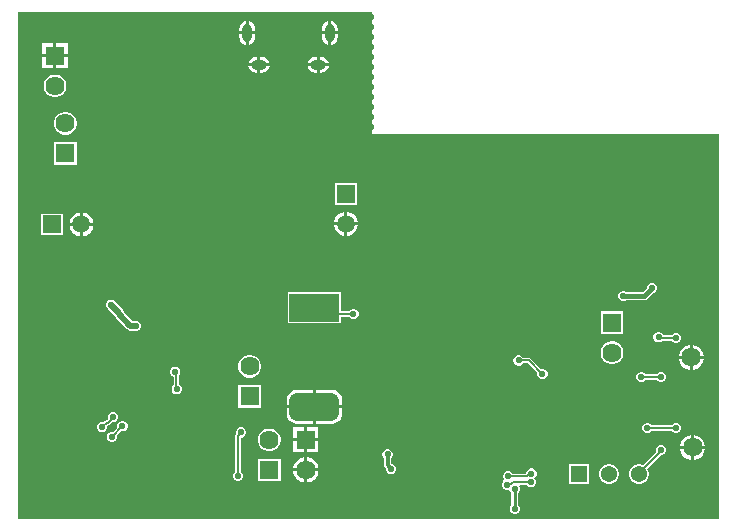
<source format=gbl>
G04*
G04 #@! TF.GenerationSoftware,Altium Limited,Altium Designer,22.9.1 (49)*
G04*
G04 Layer_Physical_Order=2*
G04 Layer_Color=16711680*
%FSLAX44Y44*%
%MOMM*%
G71*
G04*
G04 #@! TF.SameCoordinates,777D21A2-CDB7-466F-AFFE-F37339BB67B1*
G04*
G04*
G04 #@! TF.FilePolarity,Positive*
G04*
G01*
G75*
%ADD11C,0.1524*%
%ADD17C,0.2540*%
%ADD148C,0.2032*%
%ADD149C,0.3810*%
%ADD151C,0.5080*%
%ADD153C,0.3048*%
%ADD154R,1.6200X1.6200*%
%ADD155C,1.6200*%
%ADD156O,0.8128X1.5500*%
%ADD157O,1.3000X0.8128*%
%ADD158R,1.5080X1.5080*%
%ADD159C,1.5080*%
%ADD160R,1.5080X1.5080*%
%ADD161R,1.3700X1.3700*%
%ADD162C,1.3700*%
%ADD163C,0.5588*%
G04:AMPARAMS|DCode=164|XSize=4.2mm|YSize=2.3368mm|CornerRadius=0.5842mm|HoleSize=0mm|Usage=FLASHONLY|Rotation=180.000|XOffset=0mm|YOffset=0mm|HoleType=Round|Shape=RoundedRectangle|*
%AMROUNDEDRECTD164*
21,1,4.2000,1.1684,0,0,180.0*
21,1,3.0316,2.3368,0,0,180.0*
1,1,1.1684,-1.5158,0.5842*
1,1,1.1684,1.5158,0.5842*
1,1,1.1684,1.5158,-0.5842*
1,1,1.1684,-1.5158,-0.5842*
%
%ADD164ROUNDEDRECTD164*%
%ADD165R,4.2000X2.3368*%
G36*
X302547Y329124D02*
X596850D01*
Y2590D01*
X2590D01*
Y166057D01*
Y431750D01*
X302547D01*
Y329124D01*
D02*
G37*
%LPC*%
G36*
X198280Y424530D02*
Y415620D01*
X203671D01*
Y418036D01*
X203444Y419760D01*
X202779Y421367D01*
X201720Y422746D01*
X200340Y423805D01*
X198734Y424470D01*
X198280Y424530D01*
D02*
G37*
G36*
X195740D02*
X195286Y424470D01*
X193680Y423805D01*
X192300Y422746D01*
X191241Y421367D01*
X190576Y419760D01*
X190349Y418036D01*
Y415620D01*
X195740D01*
Y424530D01*
D02*
G37*
G36*
X268280D02*
Y415620D01*
X273671D01*
Y418036D01*
X273444Y419760D01*
X272779Y421367D01*
X271720Y422746D01*
X270340Y423805D01*
X268734Y424470D01*
X268280Y424530D01*
D02*
G37*
G36*
X265740D02*
X265286Y424470D01*
X263680Y423805D01*
X262300Y422746D01*
X261241Y421367D01*
X260576Y419760D01*
X260349Y418036D01*
Y415620D01*
X265740D01*
Y424530D01*
D02*
G37*
G36*
X195740Y413080D02*
X190349D01*
Y410664D01*
X190576Y408940D01*
X191241Y407333D01*
X192300Y405954D01*
X193680Y404895D01*
X195286Y404230D01*
X195740Y404170D01*
Y413080D01*
D02*
G37*
G36*
X273671Y413080D02*
X268280D01*
Y404170D01*
X268734Y404230D01*
X270340Y404895D01*
X271720Y405954D01*
X272779Y407333D01*
X273444Y408940D01*
X273671Y410664D01*
Y413080D01*
D02*
G37*
G36*
X265740D02*
X260349D01*
Y410664D01*
X260576Y408940D01*
X261241Y407333D01*
X262300Y405954D01*
X263680Y404895D01*
X265286Y404230D01*
X265740Y404170D01*
Y413080D01*
D02*
G37*
G36*
X203671Y413080D02*
X198280D01*
Y404170D01*
X198734Y404230D01*
X200340Y404895D01*
X201720Y405954D01*
X202779Y407333D01*
X203444Y408940D01*
X203671Y410664D01*
Y413080D01*
D02*
G37*
G36*
X44930Y405610D02*
X35560D01*
Y396240D01*
X44930D01*
Y405610D01*
D02*
G37*
G36*
X33020D02*
X23650D01*
Y396240D01*
X33020D01*
Y405610D01*
D02*
G37*
G36*
X259446Y394011D02*
X258280D01*
Y388620D01*
X265940D01*
X265880Y389074D01*
X265215Y390681D01*
X264156Y392060D01*
X262777Y393119D01*
X261170Y393784D01*
X259446Y394011D01*
D02*
G37*
G36*
X209446D02*
X208280D01*
Y388620D01*
X215940D01*
X215880Y389074D01*
X215215Y390681D01*
X214156Y392060D01*
X212777Y393119D01*
X211170Y393784D01*
X209446Y394011D01*
D02*
G37*
G36*
X255740D02*
X254574D01*
X252850Y393784D01*
X251243Y393119D01*
X249864Y392060D01*
X248805Y390681D01*
X248140Y389074D01*
X248080Y388620D01*
X255740D01*
Y394011D01*
D02*
G37*
G36*
X205740D02*
X204574D01*
X202850Y393784D01*
X201243Y393119D01*
X199864Y392060D01*
X198805Y390681D01*
X198140Y389074D01*
X198080Y388620D01*
X205740D01*
Y394011D01*
D02*
G37*
G36*
X44930Y393700D02*
X35560D01*
Y384330D01*
X44930D01*
Y393700D01*
D02*
G37*
G36*
X33020D02*
X23650D01*
Y384330D01*
X33020D01*
Y393700D01*
D02*
G37*
G36*
X265940Y386080D02*
X258280D01*
Y380689D01*
X259446D01*
X261170Y380916D01*
X262777Y381581D01*
X264156Y382640D01*
X265215Y384020D01*
X265880Y385626D01*
X265940Y386080D01*
D02*
G37*
G36*
X255740D02*
X248080D01*
X248140Y385626D01*
X248805Y384020D01*
X249864Y382640D01*
X251243Y381581D01*
X252850Y380916D01*
X254574Y380689D01*
X255740D01*
Y386080D01*
D02*
G37*
G36*
X215940D02*
X208280D01*
Y380689D01*
X209446D01*
X211170Y380916D01*
X212777Y381581D01*
X214156Y382640D01*
X215215Y384020D01*
X215880Y385626D01*
X215940Y386080D01*
D02*
G37*
G36*
X205740D02*
X198080D01*
X198140Y385626D01*
X198805Y384020D01*
X199864Y382640D01*
X201243Y381581D01*
X202850Y380916D01*
X204574Y380689D01*
X205740D01*
Y386080D01*
D02*
G37*
G36*
X35557Y379194D02*
X33023D01*
X30575Y378538D01*
X28381Y377271D01*
X26589Y375479D01*
X25322Y373285D01*
X24666Y370837D01*
Y368303D01*
X25322Y365855D01*
X26589Y363661D01*
X28381Y361869D01*
X30575Y360602D01*
X33023Y359946D01*
X35557D01*
X38005Y360602D01*
X40199Y361869D01*
X41991Y363661D01*
X43258Y365855D01*
X43914Y368303D01*
Y370837D01*
X43258Y373285D01*
X41991Y375479D01*
X40199Y377271D01*
X38005Y378538D01*
X35557Y379194D01*
D02*
G37*
G36*
X44197Y347444D02*
X41663D01*
X39215Y346788D01*
X37021Y345521D01*
X35229Y343729D01*
X33962Y341535D01*
X33306Y339087D01*
Y336553D01*
X33962Y334105D01*
X35229Y331911D01*
X37021Y330119D01*
X39215Y328852D01*
X41663Y328196D01*
X44197D01*
X46645Y328852D01*
X48839Y330119D01*
X50631Y331911D01*
X51898Y334105D01*
X52554Y336553D01*
Y339087D01*
X51898Y341535D01*
X50631Y343729D01*
X48839Y345521D01*
X46645Y346788D01*
X44197Y347444D01*
D02*
G37*
G36*
X52554Y322044D02*
X33306D01*
Y302796D01*
X52554D01*
Y322044D01*
D02*
G37*
G36*
X289734Y286994D02*
X271606D01*
Y268866D01*
X289734D01*
Y286994D01*
D02*
G37*
G36*
X281997Y263010D02*
X281940D01*
Y254200D01*
X290750D01*
Y254257D01*
X290063Y256821D01*
X288736Y259119D01*
X286859Y260996D01*
X284561Y262323D01*
X281997Y263010D01*
D02*
G37*
G36*
X279400D02*
X279343D01*
X276779Y262323D01*
X274481Y260996D01*
X272604Y259119D01*
X271277Y256821D01*
X270590Y254257D01*
Y254200D01*
X279400D01*
Y263010D01*
D02*
G37*
G36*
X58023Y262302D02*
X57966D01*
Y253492D01*
X66776D01*
Y253549D01*
X66089Y256113D01*
X64762Y258411D01*
X62885Y260288D01*
X60587Y261615D01*
X58023Y262302D01*
D02*
G37*
G36*
X55426D02*
X55369D01*
X52805Y261615D01*
X50507Y260288D01*
X48630Y258411D01*
X47303Y256113D01*
X46616Y253549D01*
Y253492D01*
X55426D01*
Y262302D01*
D02*
G37*
G36*
X40760Y261286D02*
X22632D01*
Y243158D01*
X40760D01*
Y261286D01*
D02*
G37*
G36*
X290750Y251660D02*
X281940D01*
Y242850D01*
X281997D01*
X284561Y243537D01*
X286859Y244864D01*
X288736Y246741D01*
X290063Y249039D01*
X290750Y251603D01*
Y251660D01*
D02*
G37*
G36*
X279400D02*
X270590D01*
Y251603D01*
X271277Y249039D01*
X272604Y246741D01*
X274481Y244864D01*
X276779Y243537D01*
X279343Y242850D01*
X279400D01*
Y251660D01*
D02*
G37*
G36*
X66776Y250952D02*
X57966D01*
Y242142D01*
X58023D01*
X60587Y242829D01*
X62885Y244156D01*
X64762Y246033D01*
X66089Y248331D01*
X66776Y250895D01*
Y250952D01*
D02*
G37*
G36*
X55426D02*
X46616D01*
Y250895D01*
X47303Y248331D01*
X48630Y246033D01*
X50507Y244156D01*
X52805Y242829D01*
X55369Y242142D01*
X55426D01*
Y250952D01*
D02*
G37*
G36*
X540609Y202438D02*
X538891D01*
X537304Y201781D01*
X536089Y200566D01*
X535432Y198979D01*
Y198746D01*
X531952Y195266D01*
X518230D01*
X518066Y195431D01*
X516479Y196088D01*
X514761D01*
X513174Y195431D01*
X511959Y194216D01*
X511302Y192629D01*
Y190911D01*
X511959Y189324D01*
X513174Y188109D01*
X514761Y187452D01*
X516479D01*
X518066Y188109D01*
X518230Y188274D01*
X533400D01*
X534738Y188540D01*
X535872Y189298D01*
X540376Y193802D01*
X540609D01*
X542196Y194459D01*
X543411Y195674D01*
X544068Y197261D01*
Y198979D01*
X543411Y200566D01*
X542196Y201781D01*
X540609Y202438D01*
D02*
G37*
G36*
X276524Y194818D02*
X231476D01*
Y168402D01*
X276524D01*
Y173940D01*
X283503D01*
X284574Y172869D01*
X286161Y172212D01*
X287879D01*
X289466Y172869D01*
X290681Y174084D01*
X291338Y175671D01*
Y177389D01*
X290681Y178976D01*
X289466Y180191D01*
X287879Y180848D01*
X286161D01*
X284574Y180191D01*
X283503Y179120D01*
X276524D01*
Y194818D01*
D02*
G37*
G36*
X82446Y188699D02*
X80728D01*
X79141Y188042D01*
X77926Y186827D01*
X77269Y185240D01*
Y183522D01*
X77926Y181935D01*
X79141Y180721D01*
X79327Y180643D01*
X84592Y175378D01*
X84782Y174426D01*
X85680Y173081D01*
X91531Y167230D01*
X91175Y166370D01*
X92391D01*
X95224Y163537D01*
X96568Y162639D01*
X98154Y162324D01*
X101355D01*
X102011Y162052D01*
X103729D01*
X105316Y162709D01*
X106531Y163924D01*
X107188Y165511D01*
Y166057D01*
Y167229D01*
X106531Y168816D01*
X105316Y170031D01*
X103729Y170688D01*
X102011D01*
X101825Y170611D01*
X99871D01*
X92628Y177854D01*
X92438Y178806D01*
X91540Y180151D01*
X85519Y186171D01*
X85247Y186827D01*
X84033Y188042D01*
X82446Y188699D01*
D02*
G37*
G36*
X515588Y178788D02*
X496340D01*
Y159540D01*
X515588D01*
Y178788D01*
D02*
G37*
G36*
X546197Y161036D02*
X544479D01*
X542892Y160379D01*
X541677Y159164D01*
X541020Y157577D01*
Y155859D01*
X541677Y154272D01*
X542892Y153057D01*
X544479Y152400D01*
X546197D01*
X547784Y153057D01*
X548606Y153879D01*
X556362D01*
X556409Y153764D01*
X557624Y152549D01*
X559211Y151892D01*
X560929D01*
X562516Y152549D01*
X563731Y153764D01*
X564388Y155351D01*
Y157069D01*
X563731Y158656D01*
X562516Y159871D01*
X560929Y160528D01*
X559211D01*
X557624Y159871D01*
X556409Y158656D01*
X556362Y158541D01*
X549257D01*
X548999Y159164D01*
X547784Y160379D01*
X546197Y161036D01*
D02*
G37*
G36*
X574451Y150250D02*
X574320D01*
Y140880D01*
X583690D01*
Y141011D01*
X582965Y143717D01*
X581564Y146143D01*
X579583Y148124D01*
X577157Y149525D01*
X574451Y150250D01*
D02*
G37*
G36*
X571780D02*
X571649D01*
X568943Y149525D01*
X566517Y148124D01*
X564536Y146143D01*
X563135Y143717D01*
X562410Y141011D01*
Y140880D01*
X571780D01*
Y150250D01*
D02*
G37*
G36*
X507231Y153388D02*
X504697D01*
X502249Y152732D01*
X500055Y151465D01*
X498263Y149673D01*
X496996Y147479D01*
X496340Y145031D01*
Y142497D01*
X496996Y140049D01*
X498263Y137855D01*
X500055Y136063D01*
X502249Y134796D01*
X504697Y134140D01*
X507231D01*
X509679Y134796D01*
X511873Y136063D01*
X513665Y137855D01*
X514932Y140049D01*
X515588Y142497D01*
Y145031D01*
X514932Y147479D01*
X513665Y149673D01*
X511873Y151465D01*
X509679Y152732D01*
X507231Y153388D01*
D02*
G37*
G36*
X583690Y138340D02*
X574320D01*
Y128970D01*
X574451D01*
X577157Y129695D01*
X579583Y131096D01*
X581564Y133077D01*
X582965Y135503D01*
X583690Y138209D01*
Y138340D01*
D02*
G37*
G36*
X571780D02*
X562410D01*
Y138209D01*
X563135Y135503D01*
X564536Y133077D01*
X566517Y131096D01*
X568943Y129695D01*
X571649Y128970D01*
X571780D01*
Y138340D01*
D02*
G37*
G36*
X548229Y127508D02*
X546511D01*
X544924Y126851D01*
X543709Y125636D01*
X543662Y125521D01*
X534568D01*
X534521Y125636D01*
X533306Y126851D01*
X531719Y127508D01*
X530001D01*
X528414Y126851D01*
X527199Y125636D01*
X526542Y124049D01*
Y122331D01*
X527199Y120744D01*
X528414Y119529D01*
X530001Y118872D01*
X531719D01*
X533306Y119529D01*
X534521Y120744D01*
X534568Y120859D01*
X543662D01*
X543709Y120744D01*
X544924Y119529D01*
X546511Y118872D01*
X548229D01*
X549816Y119529D01*
X551031Y120744D01*
X551688Y122331D01*
Y124049D01*
X551031Y125636D01*
X549816Y126851D01*
X548229Y127508D01*
D02*
G37*
G36*
X200407Y141704D02*
X197873D01*
X195425Y141048D01*
X193231Y139781D01*
X191439Y137989D01*
X190172Y135795D01*
X189516Y133347D01*
Y130813D01*
X190172Y128365D01*
X191439Y126171D01*
X193231Y124379D01*
X195425Y123112D01*
X197873Y122456D01*
X200407D01*
X202855Y123112D01*
X205049Y124379D01*
X206841Y126171D01*
X208108Y128365D01*
X208764Y130813D01*
Y133347D01*
X208108Y135795D01*
X206841Y137989D01*
X205049Y139781D01*
X202855Y141048D01*
X200407Y141704D01*
D02*
G37*
G36*
X427641Y141416D02*
X425923D01*
X424336Y140758D01*
X423121Y139544D01*
X422464Y137957D01*
Y136239D01*
X423121Y134652D01*
X424336Y133437D01*
X425923Y132780D01*
X427641D01*
X429228Y133437D01*
X430443Y134652D01*
X430490Y134767D01*
X434707D01*
X442770Y126704D01*
X442722Y126589D01*
Y124871D01*
X443379Y123284D01*
X444594Y122069D01*
X446181Y121412D01*
X447899D01*
X449486Y122069D01*
X450701Y123284D01*
X451358Y124871D01*
Y126589D01*
X450701Y128176D01*
X449486Y129391D01*
X447899Y130048D01*
X446181D01*
X446066Y130000D01*
X437320Y138746D01*
X436564Y139251D01*
X435672Y139429D01*
X430490D01*
X430443Y139544D01*
X429228Y140758D01*
X427641Y141416D01*
D02*
G37*
G36*
X137003Y131826D02*
X135285D01*
X133698Y131169D01*
X132483Y129954D01*
X131826Y128367D01*
Y126649D01*
X132483Y125062D01*
X133698Y123847D01*
X134829Y123379D01*
Y116282D01*
X133761Y115214D01*
X133104Y113627D01*
Y111909D01*
X133761Y110322D01*
X134976Y109107D01*
X136563Y108450D01*
X138281D01*
X139868Y109107D01*
X141083Y110322D01*
X141740Y111909D01*
Y113627D01*
X141083Y115214D01*
X139868Y116429D01*
X139491Y116585D01*
Y124748D01*
X139805Y125062D01*
X140462Y126649D01*
Y128367D01*
X139805Y129954D01*
X138590Y131169D01*
X137003Y131826D01*
D02*
G37*
G36*
X269158Y112086D02*
X255270D01*
Y99060D01*
X277612D01*
Y103632D01*
X277324Y105820D01*
X276480Y107859D01*
X275136Y109610D01*
X273385Y110954D01*
X271346Y111798D01*
X269158Y112086D01*
D02*
G37*
G36*
X252730D02*
X238842D01*
X236654Y111798D01*
X234615Y110954D01*
X232864Y109610D01*
X231520Y107859D01*
X230676Y105820D01*
X230388Y103632D01*
Y99060D01*
X252730D01*
Y112086D01*
D02*
G37*
G36*
X208764Y116304D02*
X189516D01*
Y97056D01*
X208764D01*
Y116304D01*
D02*
G37*
G36*
X84114Y93386D02*
X82396D01*
X80809Y92729D01*
X79595Y91514D01*
X78937Y89927D01*
Y88209D01*
X79130Y87744D01*
X78073Y86687D01*
X78006D01*
X77114Y86509D01*
X76358Y86004D01*
X75160Y84806D01*
X75045Y84854D01*
X73327D01*
X71740Y84197D01*
X70525Y82982D01*
X69868Y81395D01*
Y79677D01*
X70525Y78090D01*
X71740Y76875D01*
X73327Y76218D01*
X75045D01*
X76632Y76875D01*
X77847Y78090D01*
X78504Y79677D01*
Y81395D01*
X79507Y82118D01*
X79930Y82203D01*
X80687Y82708D01*
X82729Y84750D01*
X84114D01*
X85701Y85408D01*
X86916Y86622D01*
X87573Y88209D01*
Y89927D01*
X86916Y91514D01*
X85701Y92729D01*
X84114Y93386D01*
D02*
G37*
G36*
X277612Y96520D02*
X255270D01*
Y83494D01*
X269158D01*
X271346Y83782D01*
X273385Y84626D01*
X275136Y85970D01*
X276480Y87721D01*
X277324Y89760D01*
X277612Y91948D01*
Y96520D01*
D02*
G37*
G36*
X252730D02*
X230388D01*
Y91948D01*
X230676Y89760D01*
X231520Y87721D01*
X232864Y85970D01*
X234615Y84626D01*
X236654Y83782D01*
X238842Y83494D01*
X252730D01*
Y96520D01*
D02*
G37*
G36*
X560929Y84328D02*
X559211D01*
X557624Y83671D01*
X556409Y82456D01*
X556362Y82341D01*
X539648D01*
X539601Y82456D01*
X538386Y83671D01*
X536799Y84328D01*
X535081D01*
X533494Y83671D01*
X532279Y82456D01*
X531622Y80869D01*
Y79151D01*
X532279Y77564D01*
X533494Y76349D01*
X535081Y75692D01*
X536799D01*
X538386Y76349D01*
X539601Y77564D01*
X539648Y77679D01*
X556362D01*
X556409Y77564D01*
X557624Y76349D01*
X559211Y75692D01*
X560929D01*
X562516Y76349D01*
X563731Y77564D01*
X564388Y79151D01*
Y80869D01*
X563731Y82456D01*
X562516Y83671D01*
X560929Y84328D01*
D02*
G37*
G36*
X92299Y85598D02*
X90581D01*
X88994Y84941D01*
X87779Y83726D01*
X87122Y82139D01*
Y80421D01*
X87170Y80306D01*
X83455Y76591D01*
X83205Y76694D01*
X81487D01*
X79900Y76037D01*
X78685Y74822D01*
X78028Y73235D01*
Y71517D01*
X78685Y69930D01*
X79900Y68716D01*
X81487Y68058D01*
X83205D01*
X84792Y68716D01*
X86006Y69930D01*
X86664Y71517D01*
Y73208D01*
X90466Y77010D01*
X90581Y76962D01*
X92299D01*
X93886Y77619D01*
X95101Y78834D01*
X95758Y80421D01*
Y82139D01*
X95101Y83726D01*
X93886Y84941D01*
X92299Y85598D01*
D02*
G37*
G36*
X257270Y80490D02*
X247900D01*
Y71120D01*
X257270D01*
Y80490D01*
D02*
G37*
G36*
X245360D02*
X235990D01*
Y71120D01*
X245360D01*
Y80490D01*
D02*
G37*
G36*
X575467Y74050D02*
X575336D01*
Y64680D01*
X584706D01*
Y64811D01*
X583981Y67517D01*
X582580Y69943D01*
X580599Y71924D01*
X578173Y73325D01*
X575467Y74050D01*
D02*
G37*
G36*
X572796D02*
X572665D01*
X569959Y73325D01*
X567533Y71924D01*
X565552Y69943D01*
X564151Y67517D01*
X563426Y64811D01*
Y64680D01*
X572796D01*
Y74050D01*
D02*
G37*
G36*
X216917Y79474D02*
X214383D01*
X211935Y78818D01*
X209741Y77551D01*
X207949Y75759D01*
X206682Y73565D01*
X206026Y71117D01*
Y68583D01*
X206682Y66135D01*
X207949Y63941D01*
X209741Y62149D01*
X211935Y60882D01*
X214383Y60226D01*
X216917D01*
X219365Y60882D01*
X221559Y62149D01*
X223351Y63941D01*
X224618Y66135D01*
X225274Y68583D01*
Y71117D01*
X224618Y73565D01*
X223351Y75759D01*
X221559Y77551D01*
X219365Y78818D01*
X216917Y79474D01*
D02*
G37*
G36*
X257270Y68580D02*
X247900D01*
Y59210D01*
X257270D01*
Y68580D01*
D02*
G37*
G36*
X245360D02*
X235990D01*
Y59210D01*
X245360D01*
Y68580D01*
D02*
G37*
G36*
X584706Y62140D02*
X575336D01*
Y52770D01*
X575467D01*
X578173Y53495D01*
X580599Y54896D01*
X582580Y56877D01*
X583981Y59303D01*
X584706Y62009D01*
Y62140D01*
D02*
G37*
G36*
X572796D02*
X563426D01*
Y62009D01*
X564151Y59303D01*
X565552Y56877D01*
X567533Y54896D01*
X569959Y53495D01*
X572665Y52770D01*
X572796D01*
Y62140D01*
D02*
G37*
G36*
X548229Y65541D02*
X546511D01*
X544924Y64884D01*
X543709Y63669D01*
X543052Y62082D01*
Y60364D01*
X543362Y59617D01*
X532302Y48558D01*
X532060Y48697D01*
X529930Y49268D01*
X527725D01*
X525596Y48697D01*
X523686Y47595D01*
X522127Y46036D01*
X521025Y44126D01*
X520454Y41996D01*
Y39792D01*
X521025Y37662D01*
X522127Y35752D01*
X523686Y34193D01*
X525596Y33091D01*
X527725Y32520D01*
X529930D01*
X532060Y33091D01*
X533970Y34193D01*
X535529Y35752D01*
X536631Y37662D01*
X537202Y39792D01*
Y41996D01*
X536631Y44126D01*
X535838Y45501D01*
X547242Y56905D01*
X548229D01*
X549816Y57563D01*
X551031Y58777D01*
X551688Y60364D01*
Y62082D01*
X551031Y63669D01*
X549816Y64884D01*
X548229Y65541D01*
D02*
G37*
G36*
X248031Y55090D02*
X247900D01*
Y45720D01*
X257270D01*
Y45851D01*
X256545Y48557D01*
X255144Y50983D01*
X253163Y52964D01*
X250737Y54365D01*
X248031Y55090D01*
D02*
G37*
G36*
X245360D02*
X245229D01*
X242523Y54365D01*
X240097Y52964D01*
X238116Y50983D01*
X236715Y48557D01*
X235990Y45851D01*
Y45720D01*
X245360D01*
Y55090D01*
D02*
G37*
G36*
X438554Y45670D02*
X436837D01*
X435250Y45013D01*
X434035Y43798D01*
X433378Y42211D01*
Y41430D01*
X433140Y41193D01*
X421538D01*
X421491Y41308D01*
X420276Y42523D01*
X418689Y43180D01*
X416971D01*
X415384Y42523D01*
X414169Y41308D01*
X413512Y39721D01*
Y38003D01*
X414072Y36650D01*
X414167Y36401D01*
X413925Y34864D01*
X413309Y34248D01*
X412652Y32661D01*
Y30943D01*
X413309Y29356D01*
X414524Y28142D01*
X416111Y27484D01*
X417829D01*
X418179Y27629D01*
X419599Y26990D01*
X420010Y25998D01*
X420708Y25301D01*
Y14602D01*
X419781Y13676D01*
X419124Y12089D01*
Y10371D01*
X419781Y8784D01*
X420996Y7569D01*
X422583Y6912D01*
X424301D01*
X425888Y7569D01*
X427103Y8784D01*
X427760Y10371D01*
Y12089D01*
X427103Y13676D01*
X426405Y14373D01*
Y25072D01*
X427331Y25998D01*
X427989Y27585D01*
Y29303D01*
X427533Y30404D01*
X428207Y31674D01*
X433614D01*
X433661Y31559D01*
X434876Y30344D01*
X436463Y29687D01*
X438181D01*
X439768Y30344D01*
X440983Y31559D01*
X441640Y33146D01*
Y34864D01*
X440983Y36451D01*
X440075Y37358D01*
X440141Y37692D01*
X441356Y38906D01*
X442014Y40493D01*
Y42211D01*
X441356Y43798D01*
X440141Y45013D01*
X438554Y45670D01*
D02*
G37*
G36*
X316740Y61810D02*
X315022D01*
X313435Y61152D01*
X312220Y59938D01*
X311563Y58351D01*
Y56633D01*
X312220Y55046D01*
X312773Y54493D01*
Y48609D01*
X313010Y47420D01*
X313684Y46411D01*
X314366Y45729D01*
Y44150D01*
X315024Y42563D01*
X316238Y41348D01*
X317825Y40691D01*
X319543D01*
X321130Y41348D01*
X322345Y42563D01*
X323002Y44150D01*
Y45868D01*
X322345Y47455D01*
X321130Y48670D01*
X319569Y49317D01*
X318989Y49896D01*
Y54493D01*
X319542Y55046D01*
X320199Y56633D01*
Y58351D01*
X319542Y59938D01*
X318327Y61152D01*
X316740Y61810D01*
D02*
G37*
G36*
X192599Y80488D02*
X190881D01*
X189294Y79831D01*
X188079Y78616D01*
X187422Y77029D01*
Y75311D01*
X187631Y74807D01*
X187582Y74758D01*
X187077Y74002D01*
X186899Y73110D01*
Y43078D01*
X186784Y43031D01*
X185569Y41816D01*
X184912Y40229D01*
Y38511D01*
X185569Y36924D01*
X186784Y35709D01*
X188371Y35052D01*
X190089D01*
X191676Y35709D01*
X192891Y36924D01*
X193548Y38511D01*
Y40229D01*
X192891Y41816D01*
X191676Y43031D01*
X191561Y43078D01*
Y71852D01*
X192599D01*
X194186Y72509D01*
X195401Y73724D01*
X196058Y75311D01*
Y77029D01*
X195401Y78616D01*
X194186Y79831D01*
X192599Y80488D01*
D02*
G37*
G36*
X225274Y54074D02*
X206026D01*
Y34826D01*
X225274D01*
Y54074D01*
D02*
G37*
G36*
X257270Y43180D02*
X247900D01*
Y33810D01*
X248031D01*
X250737Y34535D01*
X253163Y35936D01*
X255144Y37917D01*
X256545Y40343D01*
X257270Y43049D01*
Y43180D01*
D02*
G37*
G36*
X245360D02*
X235990D01*
Y43049D01*
X236715Y40343D01*
X238116Y37917D01*
X240097Y35936D01*
X242523Y34535D01*
X245229Y33810D01*
X245360D01*
Y43180D01*
D02*
G37*
G36*
X504530Y49268D02*
X502326D01*
X500196Y48697D01*
X498286Y47595D01*
X496727Y46036D01*
X495625Y44126D01*
X495054Y41996D01*
Y39792D01*
X495625Y37662D01*
X496727Y35752D01*
X498286Y34193D01*
X500196Y33091D01*
X502326Y32520D01*
X504530D01*
X506660Y33091D01*
X508570Y34193D01*
X510129Y35752D01*
X511231Y37662D01*
X511802Y39792D01*
Y41996D01*
X511231Y44126D01*
X510129Y46036D01*
X508570Y47595D01*
X506660Y48697D01*
X504530Y49268D01*
D02*
G37*
G36*
X486402D02*
X469654D01*
Y32520D01*
X486402D01*
Y49268D01*
D02*
G37*
%LPD*%
D11*
X82536Y72376D02*
X91440Y81280D01*
X416970Y31802D02*
X417747Y32580D01*
X417830Y38862D02*
X434106D01*
X417747Y32580D02*
X420451D01*
X421876Y34005D01*
X437322D01*
X434106Y38862D02*
X436596Y41352D01*
X437696D01*
X79038Y84356D02*
X83255Y88573D01*
Y89068D01*
X82346Y72376D02*
X82536D01*
X74186Y80536D02*
X78006Y84356D01*
X137160Y113030D02*
X137422Y112768D01*
X137160Y113030D02*
Y125942D01*
X136144Y126958D02*
X137160Y125942D01*
X136144Y126958D02*
Y127508D01*
X426782Y137098D02*
X435672D01*
X447040Y125730D01*
X535940Y80010D02*
X560070D01*
X530860Y123190D02*
X547370D01*
X528828Y41788D02*
X547370Y60330D01*
Y61223D01*
X528828Y40894D02*
Y41788D01*
X189230Y73110D02*
X191740Y75620D01*
Y76170D01*
X78006Y84356D02*
X79038D01*
X189230Y39370D02*
Y73110D01*
X546354Y156210D02*
X560070D01*
X545846Y156718D02*
X546354Y156210D01*
D17*
X423442Y11230D02*
X423556Y11344D01*
Y28330D02*
X423671Y28444D01*
X423556Y11344D02*
Y28330D01*
D148*
X273050Y177464D02*
Y186088D01*
X273984Y176530D02*
X287020D01*
X273050Y177464D02*
X273984Y176530D01*
D149*
X515620Y191770D02*
X533400D01*
X539750Y198120D01*
D151*
X88610Y176011D02*
Y177220D01*
Y176011D02*
X98154Y166467D01*
X81587Y184244D02*
Y184381D01*
Y184244D02*
X88610Y177220D01*
X98154Y166467D02*
X102773D01*
D153*
X315881Y48609D02*
X318198Y46292D01*
Y45495D02*
X318684Y45009D01*
X318198Y45495D02*
Y46292D01*
X315881Y48609D02*
Y57492D01*
X102773Y166467D02*
X102870Y166370D01*
D154*
X34290Y394970D02*
D03*
X42930Y312420D02*
D03*
X199140Y106680D02*
D03*
X505964Y169164D02*
D03*
X246630Y69850D02*
D03*
X215650Y44450D02*
D03*
D155*
X34290Y369570D02*
D03*
X42930Y337820D02*
D03*
X199140Y132080D02*
D03*
X505964Y143764D02*
D03*
X246630Y44450D02*
D03*
X215650Y69850D02*
D03*
X574066Y63410D02*
D03*
X573050Y139610D02*
D03*
D156*
X197010Y414350D02*
D03*
X267010D02*
D03*
D157*
X207010Y387350D02*
D03*
X257010D02*
D03*
D158*
X31696Y252222D02*
D03*
D159*
X56696D02*
D03*
X280670Y252930D02*
D03*
D160*
Y277930D02*
D03*
D161*
X478028Y40894D02*
D03*
D162*
X503428D02*
D03*
X528828D02*
D03*
D163*
X91440Y81280D02*
D03*
X45720Y196850D02*
D03*
X195961Y52451D02*
D03*
X181991Y66421D02*
D03*
X417830Y38862D02*
D03*
X416970Y31802D02*
D03*
X423671Y28444D02*
D03*
X423442Y11230D02*
D03*
X539750Y198120D02*
D03*
X437322Y34005D02*
D03*
X437696Y41352D02*
D03*
X83999Y167461D02*
D03*
X74186Y80536D02*
D03*
X83255Y89068D02*
D03*
X82346Y72376D02*
D03*
X81587Y184381D02*
D03*
X389128Y150368D02*
D03*
X279400Y325120D02*
D03*
Y299720D02*
D03*
Y312420D02*
D03*
X358826Y262890D02*
D03*
Y271780D02*
D03*
X359269Y237490D02*
D03*
X345553D02*
D03*
Y245110D02*
D03*
X359165Y228600D02*
D03*
X345449Y212057D02*
D03*
X345449Y205733D02*
D03*
X359269Y244902D02*
D03*
X9445Y381149D02*
D03*
X264160Y76200D02*
D03*
X318684Y45009D02*
D03*
X315881Y57492D02*
D03*
X324384Y73976D02*
D03*
X289496Y108204D02*
D03*
X301198Y41248D02*
D03*
X307848Y73976D02*
D03*
X515620Y191770D02*
D03*
X359165Y213360D02*
D03*
X345449Y220980D02*
D03*
X359165D02*
D03*
Y207010D02*
D03*
X378189Y250157D02*
D03*
X289424Y318770D02*
D03*
X345948Y280670D02*
D03*
X358826Y298450D02*
D03*
X428989Y250157D02*
D03*
X289424Y306070D02*
D03*
X581389Y326443D02*
D03*
X371839Y288257D02*
D03*
X308339Y237457D02*
D03*
X401320Y224790D02*
D03*
X279400Y222250D02*
D03*
X345948Y191770D02*
D03*
X327660Y224790D02*
D03*
X384539Y237457D02*
D03*
X486139Y313657D02*
D03*
X302209Y326443D02*
D03*
X358826Y281153D02*
D03*
X308339Y262857D02*
D03*
Y288257D02*
D03*
X403589Y275557D02*
D03*
X345948Y198120D02*
D03*
X562339Y313657D02*
D03*
X327389Y275557D02*
D03*
X517889Y326443D02*
D03*
X454660Y300990D02*
D03*
X275590Y427990D02*
D03*
X289424Y424892D02*
D03*
X543560Y300990D02*
D03*
X473439Y313657D02*
D03*
X416289Y300957D02*
D03*
X378189Y275557D02*
D03*
X302209Y334902D02*
D03*
X311404Y326443D02*
D03*
X397239Y262857D02*
D03*
X302209Y377200D02*
D03*
Y402579D02*
D03*
X321039Y237457D02*
D03*
X397239Y313657D02*
D03*
X275590Y337108D02*
D03*
X403589Y250157D02*
D03*
X289424Y334010D02*
D03*
X441689Y326443D02*
D03*
X361442Y326357D02*
D03*
X371839Y313657D02*
D03*
X289424Y412192D02*
D03*
Y240030D02*
D03*
X365489Y224757D02*
D03*
X467360Y300990D02*
D03*
X492489Y326443D02*
D03*
X524239Y313657D02*
D03*
X340089Y224757D02*
D03*
X428989Y275557D02*
D03*
X302209Y427957D02*
D03*
X358826Y199390D02*
D03*
X439420Y224790D02*
D03*
X435339Y313657D02*
D03*
X543289Y326443D02*
D03*
X289424Y227330D02*
D03*
X333739Y288257D02*
D03*
X388620Y224790D02*
D03*
X302209Y368740D02*
D03*
X505460Y300990D02*
D03*
X333739Y313657D02*
D03*
X422639D02*
D03*
X435339Y237457D02*
D03*
X441689Y275557D02*
D03*
X409939Y237457D02*
D03*
X530860Y300990D02*
D03*
X275590Y362508D02*
D03*
Y349808D02*
D03*
X435339Y288257D02*
D03*
X365489Y300957D02*
D03*
X441689Y250157D02*
D03*
X358850Y313684D02*
D03*
X302209Y360281D02*
D03*
X289424Y293370D02*
D03*
X345948Y313657D02*
D03*
X422639Y262857D02*
D03*
X492760Y300990D02*
D03*
X340089Y300957D02*
D03*
X428989D02*
D03*
X448039Y237457D02*
D03*
X358826Y255270D02*
D03*
X536939Y313657D02*
D03*
X511539D02*
D03*
X384539Y288257D02*
D03*
X568960Y300990D02*
D03*
X390889Y326443D02*
D03*
X454389D02*
D03*
X289424Y399492D02*
D03*
X302209Y351821D02*
D03*
X345948Y271780D02*
D03*
X343662Y326443D02*
D03*
X302209Y411038D02*
D03*
X326390Y326443D02*
D03*
X414020Y224790D02*
D03*
X314689Y300957D02*
D03*
X428989Y326443D02*
D03*
X302209Y419498D02*
D03*
X480060Y300990D02*
D03*
X275590Y402590D02*
D03*
X403589Y300957D02*
D03*
X460739Y313657D02*
D03*
X575039D02*
D03*
X593090Y326443D02*
D03*
X289424Y372110D02*
D03*
X555989Y326443D02*
D03*
X435339Y262857D02*
D03*
X333739Y237457D02*
D03*
X365489Y275557D02*
D03*
X422639Y288257D02*
D03*
X289424Y386792D02*
D03*
X556260Y300990D02*
D03*
X289424Y265430D02*
D03*
X409939Y313657D02*
D03*
X302260Y224790D02*
D03*
X384539Y262857D02*
D03*
X340089Y250157D02*
D03*
X378189Y224757D02*
D03*
X467089Y326443D02*
D03*
X390889Y250157D02*
D03*
X409939Y262857D02*
D03*
X314689Y275557D02*
D03*
X279400Y234950D02*
D03*
X441689Y300957D02*
D03*
X327389D02*
D03*
X422639Y237457D02*
D03*
X581660Y300990D02*
D03*
X416289Y326443D02*
D03*
X448039Y262857D02*
D03*
X426720Y224790D02*
D03*
X479789Y326443D02*
D03*
X371839Y262857D02*
D03*
X384539Y313657D02*
D03*
X409939Y288257D02*
D03*
X321039Y262857D02*
D03*
X587739Y313657D02*
D03*
X358826Y288665D02*
D03*
X378189Y326443D02*
D03*
X335280D02*
D03*
X568689D02*
D03*
X378189Y300957D02*
D03*
X289424Y346710D02*
D03*
X505189Y326443D02*
D03*
X390889Y300957D02*
D03*
X340089Y275557D02*
D03*
X518160Y300990D02*
D03*
X321039Y313657D02*
D03*
X397239Y237457D02*
D03*
X345948Y262857D02*
D03*
X403589Y326443D02*
D03*
X530589D02*
D03*
X593090Y300990D02*
D03*
X345948Y297180D02*
D03*
X318008Y326443D02*
D03*
X448039Y313657D02*
D03*
X302209Y343362D02*
D03*
Y385659D02*
D03*
X358826Y306187D02*
D03*
X301989Y250157D02*
D03*
X345948Y306070D02*
D03*
X358826Y192185D02*
D03*
X302209Y300957D02*
D03*
X289424Y359410D02*
D03*
X345948Y255270D02*
D03*
X321039Y288257D02*
D03*
X301989Y275557D02*
D03*
X333739Y262857D02*
D03*
X370066Y326443D02*
D03*
X275590Y375208D02*
D03*
X302209Y394119D02*
D03*
X416289Y250157D02*
D03*
X397239Y288257D02*
D03*
X308339Y313657D02*
D03*
X345948Y288257D02*
D03*
X390889Y275557D02*
D03*
X275590Y389890D02*
D03*
X327389Y250157D02*
D03*
X365489D02*
D03*
X448039Y288257D02*
D03*
X498839Y313657D02*
D03*
X416289Y275557D02*
D03*
X549639Y313657D02*
D03*
X314960Y224790D02*
D03*
X314689Y250157D02*
D03*
X371839Y237457D02*
D03*
X348774Y139441D02*
D03*
X336074D02*
D03*
X348774Y152304D02*
D03*
X336074D02*
D03*
X361474Y114266D02*
D03*
X348774D02*
D03*
X336074D02*
D03*
X323374D02*
D03*
X361474Y139666D02*
D03*
Y126966D02*
D03*
X348774D02*
D03*
X336074D02*
D03*
X323374D02*
D03*
Y139666D02*
D03*
Y152366D02*
D03*
X361474D02*
D03*
X158710Y358114D02*
D03*
Y344906D02*
D03*
X152106Y351510D02*
D03*
X165314D02*
D03*
X158710D02*
D03*
X214630Y220980D02*
D03*
X218440Y374650D02*
D03*
X229870Y220980D02*
D03*
X232848Y272218D02*
D03*
X10160Y419100D02*
D03*
X215900Y363220D02*
D03*
X51409Y295132D02*
D03*
X144780Y309880D02*
D03*
X147320Y293370D02*
D03*
X342708Y186690D02*
D03*
X311150Y191770D02*
D03*
X308610Y205542D02*
D03*
X137422Y112768D02*
D03*
X447040Y125730D02*
D03*
X426782Y137098D02*
D03*
X511810Y223520D02*
D03*
X553720Y217170D02*
D03*
X449580Y168666D02*
D03*
X462280Y202184D02*
D03*
X390652Y189230D02*
D03*
X535940Y80010D02*
D03*
X530860Y123190D02*
D03*
X547370Y61223D02*
D03*
X348730Y67350D02*
D03*
X349250Y78740D02*
D03*
X191740Y76170D02*
D03*
X95468Y178852D02*
D03*
X87630Y374650D02*
D03*
X7620Y34290D02*
D03*
X24130Y69850D02*
D03*
X10160D02*
D03*
X558800Y123190D02*
D03*
X450850Y38100D02*
D03*
X375920Y69850D02*
D03*
Y82550D02*
D03*
X287020Y176530D02*
D03*
X396240Y199390D02*
D03*
X87630Y353060D02*
D03*
X106842Y425149D02*
D03*
X102154Y409008D02*
D03*
X168910Y408940D02*
D03*
X149860Y276860D02*
D03*
X95250Y288290D02*
D03*
X136144Y127508D02*
D03*
X102870Y166370D02*
D03*
X547370Y123190D02*
D03*
X545338Y156718D02*
D03*
X560070Y80010D02*
D03*
X579372Y87249D02*
D03*
X469900Y156210D02*
D03*
X449580Y161290D02*
D03*
Y147320D02*
D03*
X189230Y39370D02*
D03*
X140393Y144910D02*
D03*
X576580Y261620D02*
D03*
Y269240D02*
D03*
X500126Y103886D02*
D03*
X415798Y182880D02*
D03*
X25146Y196596D02*
D03*
X9906Y17018D02*
D03*
X519938Y69850D02*
D03*
X577342Y162560D02*
D03*
X560070Y156210D02*
D03*
D164*
X254000Y97790D02*
D03*
D165*
Y181610D02*
D03*
M02*

</source>
